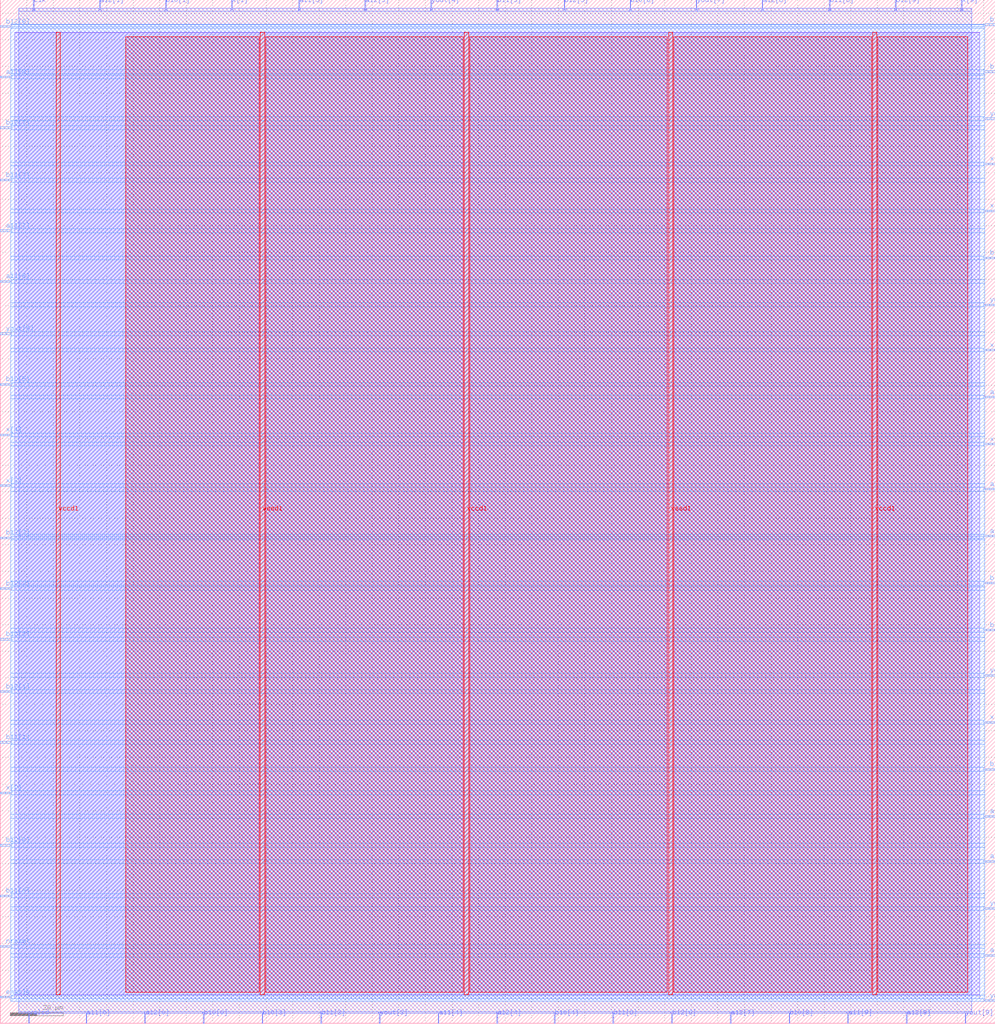
<source format=lef>
VERSION 5.7 ;
  NOWIREEXTENSIONATPIN ON ;
  DIVIDERCHAR "/" ;
  BUSBITCHARS "[]" ;
MACRO biquad
  CLASS BLOCK ;
  FOREIGN biquad ;
  ORIGIN 0.000 0.000 ;
  SIZE 374.375 BY 385.095 ;
  PIN a11[0]
    DIRECTION INPUT ;
    USE SIGNAL ;
    PORT
      LAYER met2 ;
        RECT 32.290 0.000 32.570 4.000 ;
    END
  END a11[0]
  PIN a11[1]
    DIRECTION INPUT ;
    USE SIGNAL ;
    PORT
      LAYER met3 ;
        RECT 370.375 25.200 374.375 25.800 ;
    END
  END a11[1]
  PIN a11[2]
    DIRECTION INPUT ;
    USE SIGNAL ;
    PORT
      LAYER met3 ;
        RECT 370.375 60.560 374.375 61.160 ;
    END
  END a11[2]
  PIN a11[3]
    DIRECTION INPUT ;
    USE SIGNAL ;
    PORT
      LAYER met2 ;
        RECT 112.330 381.095 112.610 385.095 ;
    END
  END a11[3]
  PIN a11[4]
    DIRECTION INPUT ;
    USE SIGNAL ;
    PORT
      LAYER met2 ;
        RECT 164.770 0.000 165.050 4.000 ;
    END
  END a11[4]
  PIN a11[5]
    DIRECTION INPUT ;
    USE SIGNAL ;
    PORT
      LAYER met3 ;
        RECT 370.375 182.960 374.375 183.560 ;
    END
  END a11[5]
  PIN a11[6]
    DIRECTION INPUT ;
    USE SIGNAL ;
    PORT
      LAYER met3 ;
        RECT 0.000 278.840 4.000 279.440 ;
    END
  END a11[6]
  PIN a11[7]
    DIRECTION INPUT ;
    USE SIGNAL ;
    PORT
      LAYER met3 ;
        RECT 0.000 297.880 4.000 298.480 ;
    END
  END a11[7]
  PIN a11[8]
    DIRECTION INPUT ;
    USE SIGNAL ;
    PORT
      LAYER met3 ;
        RECT 0.000 355.680 4.000 356.280 ;
    END
  END a11[8]
  PIN a11[9]
    DIRECTION INPUT ;
    USE SIGNAL ;
    PORT
      LAYER met2 ;
        RECT 318.870 0.000 319.150 4.000 ;
    END
  END a11[9]
  PIN a12[0]
    DIRECTION INPUT ;
    USE SIGNAL ;
    PORT
      LAYER met2 ;
        RECT 54.370 0.000 54.650 4.000 ;
    END
  END a12[0]
  PIN a12[1]
    DIRECTION INPUT ;
    USE SIGNAL ;
    PORT
      LAYER met2 ;
        RECT 37.350 381.095 37.630 385.095 ;
    END
  END a12[1]
  PIN a12[2]
    DIRECTION INPUT ;
    USE SIGNAL ;
    PORT
      LAYER met3 ;
        RECT 370.375 77.560 374.375 78.160 ;
    END
  END a12[2]
  PIN a12[3]
    DIRECTION INPUT ;
    USE SIGNAL ;
    PORT
      LAYER met2 ;
        RECT 137.170 381.095 137.450 385.095 ;
    END
  END a12[3]
  PIN a12[4]
    DIRECTION INPUT ;
    USE SIGNAL ;
    PORT
      LAYER met2 ;
        RECT 186.850 0.000 187.130 4.000 ;
    END
  END a12[4]
  PIN a12[5]
    DIRECTION INPUT ;
    USE SIGNAL ;
    PORT
      LAYER met3 ;
        RECT 370.375 200.640 374.375 201.240 ;
    END
  END a12[5]
  PIN a12[6]
    DIRECTION INPUT ;
    USE SIGNAL ;
    PORT
      LAYER met3 ;
        RECT 370.375 235.320 374.375 235.920 ;
    END
  END a12[6]
  PIN a12[7]
    DIRECTION INPUT ;
    USE SIGNAL ;
    PORT
      LAYER met2 ;
        RECT 274.710 0.000 274.990 4.000 ;
    END
  END a12[7]
  PIN a12[8]
    DIRECTION INPUT ;
    USE SIGNAL ;
    PORT
      LAYER met2 ;
        RECT 286.670 381.095 286.950 385.095 ;
    END
  END a12[8]
  PIN a12[9]
    DIRECTION INPUT ;
    USE SIGNAL ;
    PORT
      LAYER met2 ;
        RECT 340.950 0.000 341.230 4.000 ;
    END
  END a12[9]
  PIN b10[0]
    DIRECTION INPUT ;
    USE SIGNAL ;
    PORT
      LAYER met2 ;
        RECT 76.450 0.000 76.730 4.000 ;
    END
  END b10[0]
  PIN b10[1]
    DIRECTION INPUT ;
    USE SIGNAL ;
    PORT
      LAYER met2 ;
        RECT 62.190 381.095 62.470 385.095 ;
    END
  END b10[1]
  PIN b10[2]
    DIRECTION INPUT ;
    USE SIGNAL ;
    PORT
      LAYER met3 ;
        RECT 0.000 144.200 4.000 144.800 ;
    END
  END b10[2]
  PIN b10[3]
    DIRECTION INPUT ;
    USE SIGNAL ;
    PORT
      LAYER met2 ;
        RECT 98.530 0.000 98.810 4.000 ;
    END
  END b10[3]
  PIN b10[4]
    DIRECTION INPUT ;
    USE SIGNAL ;
    PORT
      LAYER met2 ;
        RECT 208.470 0.000 208.750 4.000 ;
    END
  END b10[4]
  PIN b10[5]
    DIRECTION INPUT ;
    USE SIGNAL ;
    PORT
      LAYER met3 ;
        RECT 0.000 240.080 4.000 240.680 ;
    END
  END b10[5]
  PIN b10[6]
    DIRECTION INPUT ;
    USE SIGNAL ;
    PORT
      LAYER met2 ;
        RECT 236.990 381.095 237.270 385.095 ;
    END
  END b10[6]
  PIN b10[7]
    DIRECTION INPUT ;
    USE SIGNAL ;
    PORT
      LAYER met3 ;
        RECT 370.375 287.680 374.375 288.280 ;
    END
  END b10[7]
  PIN b10[8]
    DIRECTION INPUT ;
    USE SIGNAL ;
    PORT
      LAYER met2 ;
        RECT 296.790 0.000 297.070 4.000 ;
    END
  END b10[8]
  PIN b10[9]
    DIRECTION INPUT ;
    USE SIGNAL ;
    PORT
      LAYER met3 ;
        RECT 370.375 357.720 374.375 358.320 ;
    END
  END b10[9]
  PIN b11[0]
    DIRECTION INPUT ;
    USE SIGNAL ;
    PORT
      LAYER met3 ;
        RECT 0.000 47.640 4.000 48.240 ;
    END
  END b11[0]
  PIN b11[1]
    DIRECTION INPUT ;
    USE SIGNAL ;
    PORT
      LAYER met3 ;
        RECT 0.000 105.440 4.000 106.040 ;
    END
  END b11[1]
  PIN b11[2]
    DIRECTION INPUT ;
    USE SIGNAL ;
    PORT
      LAYER met3 ;
        RECT 370.375 95.240 374.375 95.840 ;
    END
  END b11[2]
  PIN b11[3]
    DIRECTION INPUT ;
    USE SIGNAL ;
    PORT
      LAYER met2 ;
        RECT 120.610 0.000 120.890 4.000 ;
    END
  END b11[3]
  PIN b11[4]
    DIRECTION INPUT ;
    USE SIGNAL ;
    PORT
      LAYER met3 ;
        RECT 370.375 147.600 374.375 148.200 ;
    END
  END b11[4]
  PIN b11[5]
    DIRECTION INPUT ;
    USE SIGNAL ;
    PORT
      LAYER met2 ;
        RECT 186.850 381.095 187.130 385.095 ;
    END
  END b11[5]
  PIN b11[6]
    DIRECTION INPUT ;
    USE SIGNAL ;
    PORT
      LAYER met2 ;
        RECT 230.550 0.000 230.830 4.000 ;
    END
  END b11[6]
  PIN b11[7]
    DIRECTION INPUT ;
    USE SIGNAL ;
    PORT
      LAYER met3 ;
        RECT 0.000 316.920 4.000 317.520 ;
    END
  END b11[7]
  PIN b11[8]
    DIRECTION INPUT ;
    USE SIGNAL ;
    PORT
      LAYER met2 ;
        RECT 311.970 381.095 312.250 385.095 ;
    END
  END b11[8]
  PIN b11[9]
    DIRECTION INPUT ;
    USE SIGNAL ;
    PORT
      LAYER met3 ;
        RECT 370.375 375.400 374.375 376.000 ;
    END
  END b11[9]
  PIN b12[0]
    DIRECTION INPUT ;
    USE SIGNAL ;
    PORT
      LAYER met3 ;
        RECT 0.000 66.680 4.000 67.280 ;
    END
  END b12[0]
  PIN b12[1]
    DIRECTION INPUT ;
    USE SIGNAL ;
    PORT
      LAYER met3 ;
        RECT 0.000 124.480 4.000 125.080 ;
    END
  END b12[1]
  PIN b12[2]
    DIRECTION INPUT ;
    USE SIGNAL ;
    PORT
      LAYER met3 ;
        RECT 0.000 163.240 4.000 163.840 ;
    END
  END b12[2]
  PIN b12[3]
    DIRECTION INPUT ;
    USE SIGNAL ;
    PORT
      LAYER met3 ;
        RECT 0.000 182.280 4.000 182.880 ;
    END
  END b12[3]
  PIN b12[4]
    DIRECTION INPUT ;
    USE SIGNAL ;
    PORT
      LAYER met3 ;
        RECT 370.375 165.280 374.375 165.880 ;
    END
  END b12[4]
  PIN b12[5]
    DIRECTION INPUT ;
    USE SIGNAL ;
    PORT
      LAYER met2 ;
        RECT 212.150 381.095 212.430 385.095 ;
    END
  END b12[5]
  PIN b12[6]
    DIRECTION INPUT ;
    USE SIGNAL ;
    PORT
      LAYER met2 ;
        RECT 252.630 0.000 252.910 4.000 ;
    END
  END b12[6]
  PIN b12[7]
    DIRECTION INPUT ;
    USE SIGNAL ;
    PORT
      LAYER met3 ;
        RECT 0.000 336.640 4.000 337.240 ;
    END
  END b12[7]
  PIN b12[8]
    DIRECTION INPUT ;
    USE SIGNAL ;
    PORT
      LAYER met3 ;
        RECT 0.000 374.720 4.000 375.320 ;
    END
  END b12[8]
  PIN b12[9]
    DIRECTION INPUT ;
    USE SIGNAL ;
    PORT
      LAYER met2 ;
        RECT 336.810 381.095 337.090 385.095 ;
    END
  END b12[9]
  PIN clk
    DIRECTION INPUT ;
    USE SIGNAL ;
    PORT
      LAYER met2 ;
        RECT 12.510 381.095 12.790 385.095 ;
    END
  END clk
  PIN enable
    DIRECTION INPUT ;
    USE SIGNAL ;
    PORT
      LAYER met3 ;
        RECT 0.000 9.560 4.000 10.160 ;
    END
  END enable
  PIN nreset
    DIRECTION INPUT ;
    USE SIGNAL ;
    PORT
      LAYER met3 ;
        RECT 0.000 28.600 4.000 29.200 ;
    END
  END nreset
  PIN valid
    DIRECTION INPUT ;
    USE SIGNAL ;
    PORT
      LAYER met2 ;
        RECT 10.670 0.000 10.950 4.000 ;
    END
  END valid
  PIN vccd1
    DIRECTION INPUT ;
    USE POWER ;
    PORT
      LAYER met4 ;
        RECT 21.040 10.640 22.640 372.880 ;
    END
    PORT
      LAYER met4 ;
        RECT 174.640 10.640 176.240 372.880 ;
    END
    PORT
      LAYER met4 ;
        RECT 328.240 10.640 329.840 372.880 ;
    END
  END vccd1
  PIN vssd1
    DIRECTION INPUT ;
    USE GROUND ;
    PORT
      LAYER met4 ;
        RECT 97.840 10.640 99.440 372.880 ;
    END
    PORT
      LAYER met4 ;
        RECT 251.440 10.640 253.040 372.880 ;
    END
  END vssd1
  PIN x[0]
    DIRECTION INPUT ;
    USE SIGNAL ;
    PORT
      LAYER met3 ;
        RECT 0.000 86.400 4.000 87.000 ;
    END
  END x[0]
  PIN x[1]
    DIRECTION INPUT ;
    USE SIGNAL ;
    PORT
      LAYER met2 ;
        RECT 87.030 381.095 87.310 385.095 ;
    END
  END x[1]
  PIN x[2]
    DIRECTION INPUT ;
    USE SIGNAL ;
    PORT
      LAYER met3 ;
        RECT 370.375 112.920 374.375 113.520 ;
    END
  END x[2]
  PIN x[3]
    DIRECTION INPUT ;
    USE SIGNAL ;
    PORT
      LAYER met3 ;
        RECT 0.000 202.000 4.000 202.600 ;
    END
  END x[3]
  PIN x[4]
    DIRECTION INPUT ;
    USE SIGNAL ;
    PORT
      LAYER met3 ;
        RECT 0.000 221.040 4.000 221.640 ;
    END
  END x[4]
  PIN x[5]
    DIRECTION INPUT ;
    USE SIGNAL ;
    PORT
      LAYER met3 ;
        RECT 370.375 217.640 374.375 218.240 ;
    END
  END x[5]
  PIN x[6]
    DIRECTION INPUT ;
    USE SIGNAL ;
    PORT
      LAYER met3 ;
        RECT 370.375 253.000 374.375 253.600 ;
    END
  END x[6]
  PIN x[7]
    DIRECTION INPUT ;
    USE SIGNAL ;
    PORT
      LAYER met3 ;
        RECT 370.375 305.360 374.375 305.960 ;
    END
  END x[7]
  PIN x[8]
    DIRECTION INPUT ;
    USE SIGNAL ;
    PORT
      LAYER met3 ;
        RECT 370.375 323.040 374.375 323.640 ;
    END
  END x[8]
  PIN x[9]
    DIRECTION INPUT ;
    USE SIGNAL ;
    PORT
      LAYER met2 ;
        RECT 361.650 381.095 361.930 385.095 ;
    END
  END x[9]
  PIN yout[0]
    DIRECTION OUTPUT TRISTATE ;
    USE SIGNAL ;
    PORT
      LAYER met3 ;
        RECT 370.375 8.200 374.375 8.800 ;
    END
  END yout[0]
  PIN yout[1]
    DIRECTION OUTPUT TRISTATE ;
    USE SIGNAL ;
    PORT
      LAYER met3 ;
        RECT 370.375 42.880 374.375 43.480 ;
    END
  END yout[1]
  PIN yout[2]
    DIRECTION OUTPUT TRISTATE ;
    USE SIGNAL ;
    PORT
      LAYER met3 ;
        RECT 370.375 130.600 374.375 131.200 ;
    END
  END yout[2]
  PIN yout[3]
    DIRECTION OUTPUT TRISTATE ;
    USE SIGNAL ;
    PORT
      LAYER met2 ;
        RECT 142.690 0.000 142.970 4.000 ;
    END
  END yout[3]
  PIN yout[4]
    DIRECTION OUTPUT TRISTATE ;
    USE SIGNAL ;
    PORT
      LAYER met2 ;
        RECT 162.010 381.095 162.290 385.095 ;
    END
  END yout[4]
  PIN yout[5]
    DIRECTION OUTPUT TRISTATE ;
    USE SIGNAL ;
    PORT
      LAYER met3 ;
        RECT 0.000 259.120 4.000 259.720 ;
    END
  END yout[5]
  PIN yout[6]
    DIRECTION OUTPUT TRISTATE ;
    USE SIGNAL ;
    PORT
      LAYER met3 ;
        RECT 370.375 270.000 374.375 270.600 ;
    END
  END yout[6]
  PIN yout[7]
    DIRECTION OUTPUT TRISTATE ;
    USE SIGNAL ;
    PORT
      LAYER met2 ;
        RECT 261.830 381.095 262.110 385.095 ;
    END
  END yout[7]
  PIN yout[8]
    DIRECTION OUTPUT TRISTATE ;
    USE SIGNAL ;
    PORT
      LAYER met3 ;
        RECT 370.375 340.040 374.375 340.640 ;
    END
  END yout[8]
  PIN yout[9]
    DIRECTION OUTPUT TRISTATE ;
    USE SIGNAL ;
    PORT
      LAYER met2 ;
        RECT 363.030 0.000 363.310 4.000 ;
    END
  END yout[9]
  OBS
      LAYER li1 ;
        RECT 5.520 10.795 368.460 372.725 ;
      LAYER met1 ;
        RECT 5.520 9.280 368.460 372.880 ;
      LAYER met2 ;
        RECT 6.990 380.815 12.230 381.890 ;
        RECT 13.070 380.815 37.070 381.890 ;
        RECT 37.910 380.815 61.910 381.890 ;
        RECT 62.750 380.815 86.750 381.890 ;
        RECT 87.590 380.815 112.050 381.890 ;
        RECT 112.890 380.815 136.890 381.890 ;
        RECT 137.730 380.815 161.730 381.890 ;
        RECT 162.570 380.815 186.570 381.890 ;
        RECT 187.410 380.815 211.870 381.890 ;
        RECT 212.710 380.815 236.710 381.890 ;
        RECT 237.550 380.815 261.550 381.890 ;
        RECT 262.390 380.815 286.390 381.890 ;
        RECT 287.230 380.815 311.690 381.890 ;
        RECT 312.530 380.815 336.530 381.890 ;
        RECT 337.370 380.815 361.370 381.890 ;
        RECT 362.210 380.815 365.610 381.890 ;
        RECT 6.990 4.280 365.610 380.815 ;
        RECT 6.990 3.670 10.390 4.280 ;
        RECT 11.230 3.670 32.010 4.280 ;
        RECT 32.850 3.670 54.090 4.280 ;
        RECT 54.930 3.670 76.170 4.280 ;
        RECT 77.010 3.670 98.250 4.280 ;
        RECT 99.090 3.670 120.330 4.280 ;
        RECT 121.170 3.670 142.410 4.280 ;
        RECT 143.250 3.670 164.490 4.280 ;
        RECT 165.330 3.670 186.570 4.280 ;
        RECT 187.410 3.670 208.190 4.280 ;
        RECT 209.030 3.670 230.270 4.280 ;
        RECT 231.110 3.670 252.350 4.280 ;
        RECT 253.190 3.670 274.430 4.280 ;
        RECT 275.270 3.670 296.510 4.280 ;
        RECT 297.350 3.670 318.590 4.280 ;
        RECT 319.430 3.670 340.670 4.280 ;
        RECT 341.510 3.670 362.750 4.280 ;
        RECT 363.590 3.670 365.610 4.280 ;
      LAYER met3 ;
        RECT 4.000 375.720 369.975 375.865 ;
        RECT 4.400 375.000 369.975 375.720 ;
        RECT 4.400 374.320 370.375 375.000 ;
        RECT 4.000 358.720 370.375 374.320 ;
        RECT 4.000 357.320 369.975 358.720 ;
        RECT 4.000 356.680 370.375 357.320 ;
        RECT 4.400 355.280 370.375 356.680 ;
        RECT 4.000 341.040 370.375 355.280 ;
        RECT 4.000 339.640 369.975 341.040 ;
        RECT 4.000 337.640 370.375 339.640 ;
        RECT 4.400 336.240 370.375 337.640 ;
        RECT 4.000 324.040 370.375 336.240 ;
        RECT 4.000 322.640 369.975 324.040 ;
        RECT 4.000 317.920 370.375 322.640 ;
        RECT 4.400 316.520 370.375 317.920 ;
        RECT 4.000 306.360 370.375 316.520 ;
        RECT 4.000 304.960 369.975 306.360 ;
        RECT 4.000 298.880 370.375 304.960 ;
        RECT 4.400 297.480 370.375 298.880 ;
        RECT 4.000 288.680 370.375 297.480 ;
        RECT 4.000 287.280 369.975 288.680 ;
        RECT 4.000 279.840 370.375 287.280 ;
        RECT 4.400 278.440 370.375 279.840 ;
        RECT 4.000 271.000 370.375 278.440 ;
        RECT 4.000 269.600 369.975 271.000 ;
        RECT 4.000 260.120 370.375 269.600 ;
        RECT 4.400 258.720 370.375 260.120 ;
        RECT 4.000 254.000 370.375 258.720 ;
        RECT 4.000 252.600 369.975 254.000 ;
        RECT 4.000 241.080 370.375 252.600 ;
        RECT 4.400 239.680 370.375 241.080 ;
        RECT 4.000 236.320 370.375 239.680 ;
        RECT 4.000 234.920 369.975 236.320 ;
        RECT 4.000 222.040 370.375 234.920 ;
        RECT 4.400 220.640 370.375 222.040 ;
        RECT 4.000 218.640 370.375 220.640 ;
        RECT 4.000 217.240 369.975 218.640 ;
        RECT 4.000 203.000 370.375 217.240 ;
        RECT 4.400 201.640 370.375 203.000 ;
        RECT 4.400 201.600 369.975 201.640 ;
        RECT 4.000 200.240 369.975 201.600 ;
        RECT 4.000 183.960 370.375 200.240 ;
        RECT 4.000 183.280 369.975 183.960 ;
        RECT 4.400 182.560 369.975 183.280 ;
        RECT 4.400 181.880 370.375 182.560 ;
        RECT 4.000 166.280 370.375 181.880 ;
        RECT 4.000 164.880 369.975 166.280 ;
        RECT 4.000 164.240 370.375 164.880 ;
        RECT 4.400 162.840 370.375 164.240 ;
        RECT 4.000 148.600 370.375 162.840 ;
        RECT 4.000 147.200 369.975 148.600 ;
        RECT 4.000 145.200 370.375 147.200 ;
        RECT 4.400 143.800 370.375 145.200 ;
        RECT 4.000 131.600 370.375 143.800 ;
        RECT 4.000 130.200 369.975 131.600 ;
        RECT 4.000 125.480 370.375 130.200 ;
        RECT 4.400 124.080 370.375 125.480 ;
        RECT 4.000 113.920 370.375 124.080 ;
        RECT 4.000 112.520 369.975 113.920 ;
        RECT 4.000 106.440 370.375 112.520 ;
        RECT 4.400 105.040 370.375 106.440 ;
        RECT 4.000 96.240 370.375 105.040 ;
        RECT 4.000 94.840 369.975 96.240 ;
        RECT 4.000 87.400 370.375 94.840 ;
        RECT 4.400 86.000 370.375 87.400 ;
        RECT 4.000 78.560 370.375 86.000 ;
        RECT 4.000 77.160 369.975 78.560 ;
        RECT 4.000 67.680 370.375 77.160 ;
        RECT 4.400 66.280 370.375 67.680 ;
        RECT 4.000 61.560 370.375 66.280 ;
        RECT 4.000 60.160 369.975 61.560 ;
        RECT 4.000 48.640 370.375 60.160 ;
        RECT 4.400 47.240 370.375 48.640 ;
        RECT 4.000 43.880 370.375 47.240 ;
        RECT 4.000 42.480 369.975 43.880 ;
        RECT 4.000 29.600 370.375 42.480 ;
        RECT 4.400 28.200 370.375 29.600 ;
        RECT 4.000 26.200 370.375 28.200 ;
        RECT 4.000 24.800 369.975 26.200 ;
        RECT 4.000 10.560 370.375 24.800 ;
        RECT 4.400 9.200 370.375 10.560 ;
        RECT 4.400 9.160 369.975 9.200 ;
        RECT 4.000 8.335 369.975 9.160 ;
      LAYER met4 ;
        RECT 47.215 11.735 97.440 371.105 ;
        RECT 99.840 11.735 174.240 371.105 ;
        RECT 176.640 11.735 251.040 371.105 ;
        RECT 253.440 11.735 327.840 371.105 ;
        RECT 330.240 11.735 364.025 371.105 ;
  END
END biquad
END LIBRARY


</source>
